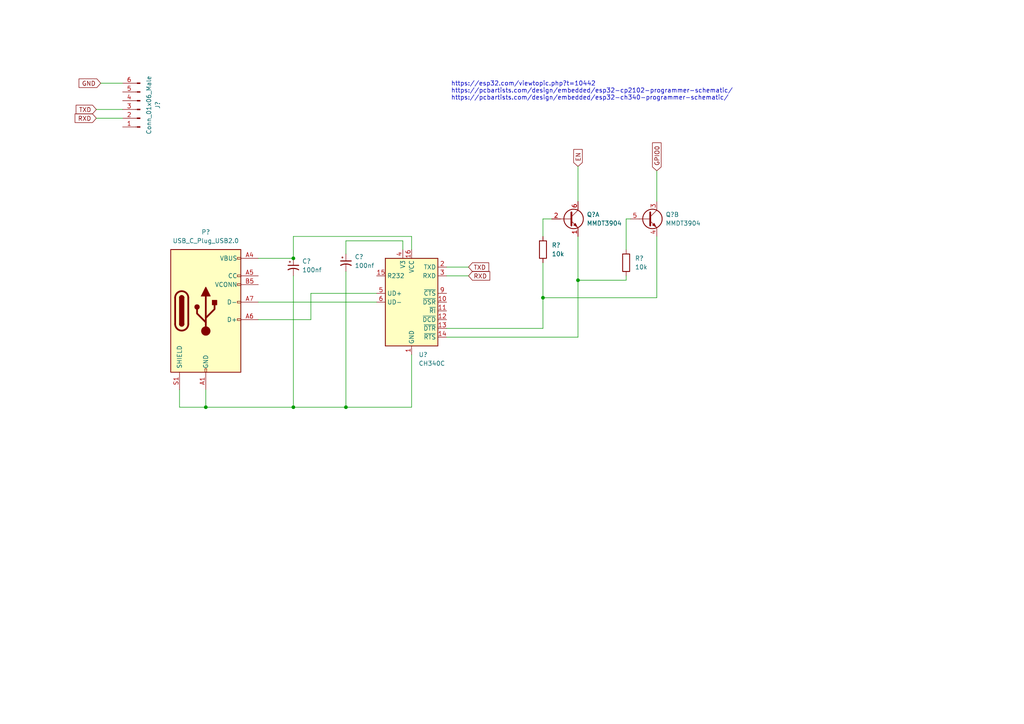
<source format=kicad_sch>
(kicad_sch (version 20211123) (generator eeschema)
  (paper "A4")
  (lib_symbols
    (symbol "Connector:Conn_01x06_Male" (pin_names (offset 1.016) hide)
      (property "Reference" "J" (at 0 7.62 0))
      (property "Value" "Conn_01x06_Male" (at 0 -10.16 0))
      (symbol "Conn_01x06_Male_1_1"
        (polyline (pts (xy 1.27 -7.62) (xy 0.8636 -7.62)) (stroke (width 0.1524)))
        (polyline (pts (xy 1.27 -5.08) (xy 0.8636 -5.08)) (stroke (width 0.1524)))
        (polyline (pts (xy 1.27 -2.54) (xy 0.8636 -2.54)) (stroke (width 0.1524)))
        (polyline (pts (xy 1.27 0) (xy 0.8636 0)) (stroke (width 0.1524)))
        (polyline (pts (xy 1.27 2.54) (xy 0.8636 2.54)) (stroke (width 0.1524)))
        (polyline (pts (xy 1.27 5.08) (xy 0.8636 5.08)) (stroke (width 0.1524)))
        (rectangle (start 0.8636 -7.493) (end 0 -7.747) (stroke (width 0.1524)) (fill (type outline)))
        (rectangle (start 0.8636 -4.953) (end 0 -5.207) (stroke (width 0.1524)) (fill (type outline)))
        (rectangle (start 0.8636 -2.413) (end 0 -2.667) (stroke (width 0.1524)) (fill (type outline)))
        (rectangle (start 0.8636 0.127) (end 0 -0.127) (stroke (width 0.1524)) (fill (type outline)))
        (rectangle (start 0.8636 2.667) (end 0 2.413) (stroke (width 0.1524)) (fill (type outline)))
        (rectangle (start 0.8636 5.207) (end 0 4.953) (stroke (width 0.1524)) (fill (type outline)))
        (pin passive line (at 5.08 5.08 180) (length 3.81) (name "Pin_1") (number "1"))
        (pin passive line (at 5.08 2.54 180) (length 3.81) (name "Pin_2") (number "2"))
        (pin passive line (at 5.08 0 180) (length 3.81) (name "Pin_3") (number "3"))
        (pin passive line (at 5.08 -2.54 180) (length 3.81) (name "Pin_4") (number "4"))
        (pin passive line (at 5.08 -5.08 180) (length 3.81) (name "Pin_5") (number "5"))
        (pin passive line (at 5.08 -7.62 180) (length 3.81) (name "Pin_6") (number "6"))
      )
    )
    (symbol "Connector:USB_C_Plug_USB2.0" (pin_names (offset 1.016))
      (property "Reference" "P" (at -10.16 19.05 0))
      (property "Value" "USB_C_Plug_USB2.0" (at 12.7 19.05 0))
      (symbol "USB_C_Plug_USB2.0_0_0"
        (rectangle (start -0.254 -17.78) (end 0.254 -16.764))
        (rectangle (start 10.16 -2.286) (end 9.144 -2.794))
        (rectangle (start 10.16 2.794) (end 9.144 2.286))
        (rectangle (start 10.16 7.874) (end 9.144 7.366))
        (rectangle (start 10.16 10.414) (end 9.144 9.906))
        (rectangle (start 10.16 15.494) (end 9.144 14.986))
      )
      (symbol "USB_C_Plug_USB2.0_0_1"
        (rectangle (start -10.16 17.78) (end 10.16 -17.78) (stroke (width 0.254)) (fill (type background)))
        (arc (start -8.89 -3.81) (mid -6.985 -5.715) (end -5.08 -3.81) (stroke (width 0.508)))
        (arc (start -7.62 -3.81) (mid -6.985 -4.445) (end -6.35 -3.81) (stroke (width 0.254)))
        (arc (start -7.62 -3.81) (mid -6.985 -4.445) (end -6.35 -3.81) (stroke (width 0.254)) (fill (type outline)))
        (rectangle (start -7.62 -3.81) (end -6.35 3.81) (stroke (width 0.254)) (fill (type outline)))
        (arc (start -6.35 3.81) (mid -6.985 4.445) (end -7.62 3.81) (stroke (width 0.254)))
        (arc (start -6.35 3.81) (mid -6.985 4.445) (end -7.62 3.81) (stroke (width 0.254)) (fill (type outline)))
        (arc (start -5.08 3.81) (mid -6.985 5.715) (end -8.89 3.81) (stroke (width 0.508)))
        (circle (center -2.54 1.143) (radius 0.635) (stroke (width 0.254)) (fill (type outline)))
        (circle (center 0 -5.842) (radius 1.27) (fill (type outline)))
        (polyline (pts (xy -8.89 -3.81) (xy -8.89 3.81)) (stroke (width 0.508)))
        (polyline (pts (xy -5.08 3.81) (xy -5.08 -3.81)) (stroke (width 0.508)))
        (polyline (pts (xy 0 -5.842) (xy 0 4.318)) (stroke (width 0.508)))
        (polyline (pts (xy 0 -3.302) (xy -2.54 -0.762) (xy -2.54 0.508)) (stroke (width 0.508)))
        (polyline (pts (xy 0 -2.032) (xy 2.54 0.508) (xy 2.54 1.778)) (stroke (width 0.508)))
        (polyline (pts (xy -1.27 4.318) (xy 0 6.858) (xy 1.27 4.318) (xy -1.27 4.318)) (stroke (width 0.254)) (fill (type outline)))
        (rectangle (start 1.905 1.778) (end 3.175 3.048) (stroke (width 0.254)) (fill (type outline)))
      )
      (symbol "USB_C_Plug_USB2.0_1_1"
        (pin passive line (at 0 -22.86 90) (length 5.08) (name "GND") (number "A1"))
        (pin passive line (at 0 -22.86 90) (length 5.08) hide (name "GND") (number "A12"))
        (pin passive line (at 15.24 15.24 180) (length 5.08) (name "VBUS") (number "A4"))
        (pin bidirectional line (at 15.24 10.16 180) (length 5.08) (name "CC") (number "A5"))
        (pin bidirectional line (at 15.24 -2.54 180) (length 5.08) (name "D+") (number "A6"))
        (pin bidirectional line (at 15.24 2.54 180) (length 5.08) (name "D-") (number "A7"))
        (pin passive line (at 15.24 15.24 180) (length 5.08) hide (name "VBUS") (number "A9"))
        (pin passive line (at 0 -22.86 90) (length 5.08) hide (name "GND") (number "B1"))
        (pin passive line (at 0 -22.86 90) (length 5.08) hide (name "GND") (number "B12"))
        (pin passive line (at 15.24 15.24 180) (length 5.08) hide (name "VBUS") (number "B4"))
        (pin bidirectional line (at 15.24 7.62 180) (length 5.08) (name "VCONN") (number "B5"))
        (pin passive line (at 15.24 15.24 180) (length 5.08) hide (name "VBUS") (number "B9"))
        (pin passive line (at -7.62 -22.86 90) (length 5.08) (name "SHIELD") (number "S1"))
      )
    )
    (symbol "Device:C_Polarized_Small_US" (pin_numbers hide) (pin_names (offset 0.254) hide)
      (property "Reference" "C" (at 0.254 1.778 0))
      (property "Value" "C_Polarized_Small_US" (at 0.254 -2.032 0))
      (symbol "C_Polarized_Small_US_0_1"
        (polyline (pts (xy -1.524 0.508) (xy 1.524 0.508)) (stroke (width 0.3048)))
        (polyline (pts (xy -1.27 1.524) (xy -0.762 1.524)))
        (polyline (pts (xy -1.016 1.27) (xy -1.016 1.778)))
        (arc (start 1.524 -0.762) (mid 0 -0.3734) (end -1.524 -0.762) (stroke (width 0.3048)))
      )
      (symbol "C_Polarized_Small_US_1_1"
        (pin passive line (at 0 2.54 270) (length 2.032) (name "~") (number "1"))
        (pin passive line (at 0 -2.54 90) (length 2.032) (name "~") (number "2"))
      )
    )
    (symbol "Device:R" (pin_numbers hide) (pin_names (offset 0))
      (property "Reference" "R" (at 2.032 0 90))
      (property "Value" "R" (at 0 0 90))
      (symbol "R_0_1"
        (rectangle (start -1.016 -2.54) (end 1.016 2.54) (stroke (width 0.254)))
      )
      (symbol "R_1_1"
        (pin passive line (at 0 3.81 270) (length 1.27) (name "~") (number "1"))
        (pin passive line (at 0 -3.81 90) (length 1.27) (name "~") (number "2"))
      )
    )
    (symbol "Interface_USB:CH340C"
      (property "Reference" "U" (at -5.08 13.97 0))
      (property "Value" "CH340C" (at 1.27 13.97 0))
      (symbol "CH340C_0_1"
        (rectangle (start -7.62 12.7) (end 7.62 -12.7) (stroke (width 0.254)) (fill (type background)))
      )
      (symbol "CH340C_1_1"
        (pin power_in line (at 0 -15.24 90) (length 2.54) (name "GND") (number "1"))
        (pin input line (at 10.16 0 180) (length 2.54) (name "~{DSR}") (number "10"))
        (pin input line (at 10.16 -2.54 180) (length 2.54) (name "~{RI}") (number "11"))
        (pin input line (at 10.16 -5.08 180) (length 2.54) (name "~{DCD}") (number "12"))
        (pin output line (at 10.16 -7.62 180) (length 2.54) (name "~{DTR}") (number "13"))
        (pin output line (at 10.16 -10.16 180) (length 2.54) (name "~{RTS}") (number "14"))
        (pin input line (at -10.16 7.62 0) (length 2.54) (name "R232") (number "15"))
        (pin power_in line (at 0 15.24 270) (length 2.54) (name "VCC") (number "16"))
        (pin output line (at 10.16 10.16 180) (length 2.54) (name "TXD") (number "2"))
        (pin input line (at 10.16 7.62 180) (length 2.54) (name "RXD") (number "3"))
        (pin passive line (at -2.54 15.24 270) (length 2.54) (name "V3") (number "4"))
        (pin bidirectional line (at -10.16 2.54 0) (length 2.54) (name "UD+") (number "5"))
        (pin bidirectional line (at -10.16 0 0) (length 2.54) (name "UD-") (number "6"))
        (pin no_connect line (at -7.62 -7.62 0) (length 2.54) hide (name "NC") (number "7"))
        (pin no_connect line (at -7.62 -10.16 0) (length 2.54) hide (name "NC") (number "8"))
        (pin input line (at 10.16 2.54 180) (length 2.54) (name "~{CTS}") (number "9"))
      )
    )
    (symbol "Transistor_BJT:MMDT3904" (pin_names (offset 0) hide)
      (property "Reference" "Q" (at 5.08 1.27 0))
      (property "Value" "MMDT3904" (at 5.08 -1.27 0))
      (symbol "MMDT3904_0_1"
        (polyline (pts (xy 0.635 0) (xy -2.54 0)))
        (polyline (pts (xy 0.635 0.635) (xy 2.54 2.54)))
        (polyline (pts (xy 0.635 -0.635) (xy 2.54 -2.54) (xy 2.54 -2.54)))
        (polyline (pts (xy 0.635 1.905) (xy 0.635 -1.905) (xy 0.635 -1.905)) (stroke (width 0.508)))
        (polyline (pts (xy 1.27 -1.778) (xy 1.778 -1.27) (xy 2.286 -2.286) (xy 1.27 -1.778) (xy 1.27 -1.778)) (fill (type outline)))
        (circle (center 1.27 0) (radius 2.8194) (stroke (width 0.254)))
      )
      (symbol "MMDT3904_1_1"
        (pin passive line (at 2.54 -5.08 90) (length 2.54) (name "E1") (number "1"))
        (pin input line (at -5.08 0 0) (length 2.54) (name "B1") (number "2"))
        (pin passive line (at 2.54 5.08 270) (length 2.54) (name "C1") (number "6"))
      )
      (symbol "MMDT3904_2_1"
        (pin passive line (at 2.54 5.08 270) (length 2.54) (name "C2") (number "3"))
        (pin passive line (at 2.54 -5.08 90) (length 2.54) (name "E2") (number "4"))
        (pin input line (at -5.08 0 0) (length 2.54) (name "B2") (number "5"))
      )
    )
  )
  (junction (at 59.69 118.11))
  (junction (at 167.64 81.28))
  (junction (at 85.09 74.93))
  (junction (at 100.33 118.11))
  (junction (at 85.09 118.11))
  (junction (at 157.48 86.36))
  (wire (pts (xy 116.84 69.85) (xy 100.33 69.85)))
  (wire (pts (xy 181.61 63.5) (xy 181.61 72.39)))
  (wire (pts (xy 157.48 76.2) (xy 157.48 86.36)))
  (wire (pts (xy 181.61 80.01) (xy 181.61 81.28)))
  (wire (pts (xy 119.38 72.39) (xy 119.38 68.58)))
  (wire (pts (xy 182.88 63.5) (xy 181.61 63.5)))
  (wire (pts (xy 167.64 97.79) (xy 167.64 81.28)))
  (wire (pts (xy 157.48 63.5) (xy 157.48 68.58)))
  (wire (pts (xy 190.5 86.36) (xy 157.48 86.36)))
  (wire (pts (xy 59.69 113.03) (xy 59.69 118.11)))
  (wire (pts (xy 29.21 24.13) (xy 35.56 24.13)))
  (wire (pts (xy 129.54 77.47) (xy 135.89 77.47)))
  (wire (pts (xy 100.33 78.74) (xy 100.33 118.11)))
  (wire (pts (xy 109.22 85.09) (xy 90.17 85.09)))
  (wire (pts (xy 119.38 68.58) (xy 85.09 68.58)))
  (wire (pts (xy 119.38 118.11) (xy 119.38 102.87)))
  (wire (pts (xy 129.54 80.01) (xy 135.89 80.01)))
  (wire (pts (xy 167.64 48.26) (xy 167.64 58.42)))
  (wire (pts (xy 27.94 34.29) (xy 35.56 34.29)))
  (wire (pts (xy 160.02 63.5) (xy 157.48 63.5)))
  (wire (pts (xy 116.84 72.39) (xy 116.84 69.85)))
  (wire (pts (xy 52.07 113.03) (xy 52.07 118.11)))
  (wire (pts (xy 100.33 118.11) (xy 119.38 118.11)))
  (wire (pts (xy 167.64 81.28) (xy 181.61 81.28)))
  (wire (pts (xy 190.5 68.58) (xy 190.5 86.36)))
  (wire (pts (xy 129.54 97.79) (xy 167.64 97.79)))
  (wire (pts (xy 129.54 95.25) (xy 157.48 95.25)))
  (wire (pts (xy 85.09 118.11) (xy 100.33 118.11)))
  (wire (pts (xy 90.17 85.09) (xy 90.17 92.71)))
  (wire (pts (xy 190.5 49.53) (xy 190.5 58.42)))
  (wire (pts (xy 90.17 92.71) (xy 74.93 92.71)))
  (wire (pts (xy 59.69 118.11) (xy 85.09 118.11)))
  (wire (pts (xy 52.07 118.11) (xy 59.69 118.11)))
  (wire (pts (xy 74.93 87.63) (xy 109.22 87.63)))
  (wire (pts (xy 74.93 74.93) (xy 85.09 74.93)))
  (wire (pts (xy 157.48 95.25) (xy 157.48 86.36)))
  (wire (pts (xy 85.09 80.01) (xy 85.09 118.11)))
  (wire (pts (xy 27.94 31.75) (xy 35.56 31.75)))
  (wire (pts (xy 85.09 68.58) (xy 85.09 74.93)))
  (wire (pts (xy 167.64 68.58) (xy 167.64 81.28)))
  (wire (pts (xy 100.33 69.85) (xy 100.33 73.66)))
  (text "https://esp32.com/viewtopic.php?t=10442\nhttps://pcbartists.com/design/embedded/esp32-cp2102-programmer-schematic/\nhttps://pcbartists.com/design/embedded/esp32-ch340-programmer-schematic/" (at 130.81 29.21 0) (effects (font (size 1.27 1.27)) (justify left bottom)))
  (global_label "RXD" (shape input) (at 27.94 34.29 180) (property "Intersheet References" "${INTERSHEET_REFS}" (effects hide)))
  (global_label "TXD" (shape input) (at 27.94 31.75 180) (property "Intersheet References" "${INTERSHEET_REFS}" (effects hide)))
  (global_label "TXD" (shape input) (at 135.89 77.47 0) (property "Intersheet References" "${INTERSHEET_REFS}" (effects hide)))
  (global_label "GND" (shape input) (at 29.21 24.13 180) (property "Intersheet References" "${INTERSHEET_REFS}" (effects hide)))
  (global_label "RXD" (shape input) (at 135.89 80.01 0) (property "Intersheet References" "${INTERSHEET_REFS}" (effects hide)))
  (global_label "EN" (shape input) (at 167.64 48.26 90) (property "Intersheet References" "${INTERSHEET_REFS}" (effects hide)))
  (global_label "GPIO0" (shape input) (at 190.5 49.53 90) (property "Intersheet References" "${INTERSHEET_REFS}" (effects hide)))
  (symbol (lib_id "Device:C_Polarized_Small_US") (at 85.09 77.47 0) (unit 1)
    (property "Reference" "C?" (at 87.63 75.7681 0) (effects (justify left)))
    (property "Value" "100nf" (at 87.63 78.3081 0) (effects (justify left)))
  )
  (symbol (lib_id "Connector:USB_C_Plug_USB2.0") (at 59.69 90.17 0) (unit 1)
    (property "Reference" "P?" (at 59.69 67.31 0))
    (property "Value" "USB_C_Plug_USB2.0" (at 59.69 69.85 0))
    (property "Datasheet" "https://www.usb.org/sites/default/files/documents/usb_type-c.zip" (effects hide))
  )
  (symbol (lib_id "Transistor_BJT:MMDT3904") (at 187.96 63.5 0) (unit 2)
    (property "Reference" "Q?" (at 193.04 62.2299 0) (effects (justify left)))
    (property "Value" "MMDT3904" (at 193.04 64.7699 0) (effects (justify left)))
    (property "Footprint" "Package_TO_SOT_SMD:SOT-363_SC-70-6" (effects hide))
    (property "Datasheet" "http://www.diodes.com/_files/datasheets/ds30088.pdf" (effects hide))
  )
  (symbol (lib_id "Connector:Conn_01x06_Male") (at 40.64 31.75 180) (unit 1)
    (property "Reference" "J?" (at 45.72 30.48 90))
    (property "Value" "Conn_01x06_Male" (at 43.18 30.48 90))
  )
  (symbol (lib_id "Interface_USB:CH340C") (at 119.38 87.63 0) (unit 1)
    (property "Reference" "U?" (at 121.3994 102.87 0) (effects (justify left)))
    (property "Value" "CH340C" (at 121.3994 105.41 0) (effects (justify left)))
    (property "Footprint" "Package_SO:SOIC-16_3.9x9.9mm_P1.27mm" (effects hide))
    (property "Datasheet" "https://datasheet.lcsc.com/szlcsc/Jiangsu-Qin-Heng-CH340C_C84681.pdf" (effects hide))
  )
  (symbol (lib_id "Transistor_BJT:MMDT3904") (at 165.1 63.5 0) (unit 1)
    (property "Reference" "Q?" (at 170.18 62.2299 0) (effects (justify left)))
    (property "Value" "MMDT3904" (at 170.18 64.7699 0) (effects (justify left)))
    (property "Footprint" "Package_TO_SOT_SMD:SOT-363_SC-70-6" (effects hide))
    (property "Datasheet" "http://www.diodes.com/_files/datasheets/ds30088.pdf" (effects hide))
  )
  (symbol (lib_id "Device:R") (at 181.61 76.2 180) (unit 1)
    (property "Reference" "R?" (at 184.15 74.9299 0) (effects (justify right)))
    (property "Value" "10k" (at 184.15 77.4699 0) (effects (justify right)))
  )
  (symbol (lib_id "Device:R") (at 157.48 72.39 180) (unit 1)
    (property "Reference" "R?" (at 160.02 71.1199 0) (effects (justify right)))
    (property "Value" "10k" (at 160.02 73.6599 0) (effects (justify right)))
  )
  (symbol (lib_id "Device:C_Polarized_Small_US") (at 100.33 76.2 0) (unit 1)
    (property "Reference" "C?" (at 102.87 74.4981 0) (effects (justify left)))
    (property "Value" "100nf" (at 102.87 77.0381 0) (effects (justify left)))
  )
)
</source>
